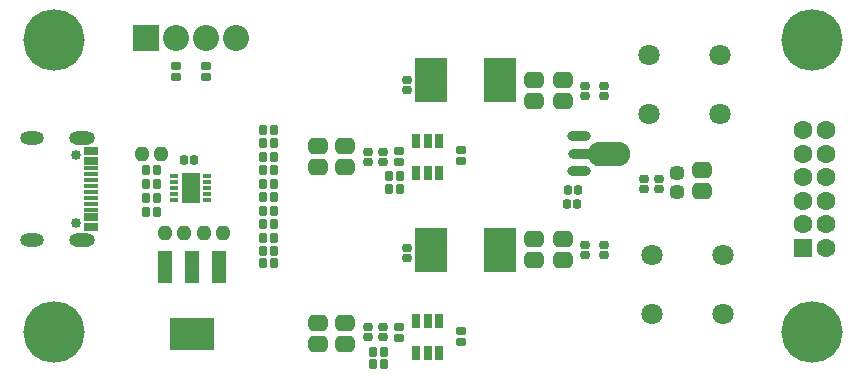
<source format=gbr>
%TF.GenerationSoftware,Altium Limited,Altium Designer,24.10.1 (45)*%
G04 Layer_Color=8388736*
%FSLAX45Y45*%
%MOMM*%
%TF.SameCoordinates,F50C4461-6059-43A5-BEE7-B7ABC5EDFC2B*%
%TF.FilePolarity,Negative*%
%TF.FileFunction,Soldermask,Top*%
%TF.Part,Single*%
G01*
G75*
%TA.AperFunction,SMDPad,CuDef*%
%ADD55R,2.70320X3.70320*%
G04:AMPARAMS|DCode=56|XSize=0.6932mm|YSize=0.8032mm|CornerRadius=0.1506mm|HoleSize=0mm|Usage=FLASHONLY|Rotation=90.000|XOffset=0mm|YOffset=0mm|HoleType=Round|Shape=RoundedRectangle|*
%AMROUNDEDRECTD56*
21,1,0.69320,0.50200,0,0,90.0*
21,1,0.39200,0.80320,0,0,90.0*
1,1,0.30120,0.25100,0.19600*
1,1,0.30120,0.25100,-0.19600*
1,1,0.30120,-0.25100,-0.19600*
1,1,0.30120,-0.25100,0.19600*
%
%ADD56ROUNDEDRECTD56*%
G04:AMPARAMS|DCode=57|XSize=0.8032mm|YSize=0.7432mm|CornerRadius=0.2447mm|HoleSize=0mm|Usage=FLASHONLY|Rotation=0.000|XOffset=0mm|YOffset=0mm|HoleType=Round|Shape=RoundedRectangle|*
%AMROUNDEDRECTD57*
21,1,0.80320,0.25380,0,0,0.0*
21,1,0.31380,0.74320,0,0,0.0*
1,1,0.48940,0.15690,-0.12690*
1,1,0.48940,-0.15690,-0.12690*
1,1,0.48940,-0.15690,0.12690*
1,1,0.48940,0.15690,0.12690*
%
%ADD57ROUNDEDRECTD57*%
G04:AMPARAMS|DCode=58|XSize=1.1032mm|YSize=1.1632mm|CornerRadius=0.3266mm|HoleSize=0mm|Usage=FLASHONLY|Rotation=180.000|XOffset=0mm|YOffset=0mm|HoleType=Round|Shape=RoundedRectangle|*
%AMROUNDEDRECTD58*
21,1,1.10320,0.51000,0,0,180.0*
21,1,0.45000,1.16320,0,0,180.0*
1,1,0.65320,-0.22500,0.25500*
1,1,0.65320,0.22500,0.25500*
1,1,0.65320,0.22500,-0.25500*
1,1,0.65320,-0.22500,-0.25500*
%
%ADD58ROUNDEDRECTD58*%
%ADD59R,3.80319X2.67320*%
%ADD60R,1.18321X2.67320*%
G04:AMPARAMS|DCode=61|XSize=0.6932mm|YSize=0.8032mm|CornerRadius=0.1506mm|HoleSize=0mm|Usage=FLASHONLY|Rotation=180.000|XOffset=0mm|YOffset=0mm|HoleType=Round|Shape=RoundedRectangle|*
%AMROUNDEDRECTD61*
21,1,0.69320,0.50200,0,0,180.0*
21,1,0.39200,0.80320,0,0,180.0*
1,1,0.30120,-0.19600,0.25100*
1,1,0.30120,0.19600,0.25100*
1,1,0.30120,0.19600,-0.25100*
1,1,0.30120,-0.19600,-0.25100*
%
%ADD61ROUNDEDRECTD61*%
%ADD62O,2.00160X0.80160*%
%ADD63O,3.60159X2.10160*%
%ADD64O,2.20160X0.80160*%
G04:AMPARAMS|DCode=65|XSize=1.3532mm|YSize=1.6532mm|CornerRadius=0.3891mm|HoleSize=0mm|Usage=FLASHONLY|Rotation=270.000|XOffset=0mm|YOffset=0mm|HoleType=Round|Shape=RoundedRectangle|*
%AMROUNDEDRECTD65*
21,1,1.35320,0.87500,0,0,270.0*
21,1,0.57500,1.65320,0,0,270.0*
1,1,0.77820,-0.43750,-0.28750*
1,1,0.77820,-0.43750,0.28750*
1,1,0.77820,0.43750,0.28750*
1,1,0.77820,0.43750,-0.28750*
%
%ADD65ROUNDEDRECTD65*%
G04:AMPARAMS|DCode=66|XSize=0.8032mm|YSize=0.7432mm|CornerRadius=0.2447mm|HoleSize=0mm|Usage=FLASHONLY|Rotation=270.000|XOffset=0mm|YOffset=0mm|HoleType=Round|Shape=RoundedRectangle|*
%AMROUNDEDRECTD66*
21,1,0.80320,0.25380,0,0,270.0*
21,1,0.31380,0.74320,0,0,270.0*
1,1,0.48940,-0.12690,-0.15690*
1,1,0.48940,-0.12690,0.15690*
1,1,0.48940,0.12690,0.15690*
1,1,0.48940,0.12690,-0.15690*
%
%ADD66ROUNDEDRECTD66*%
%ADD67R,0.70201X1.20200*%
G04:AMPARAMS|DCode=68|XSize=1.1032mm|YSize=1.1632mm|CornerRadius=0.3266mm|HoleSize=0mm|Usage=FLASHONLY|Rotation=270.000|XOffset=0mm|YOffset=0mm|HoleType=Round|Shape=RoundedRectangle|*
%AMROUNDEDRECTD68*
21,1,1.10320,0.51000,0,0,270.0*
21,1,0.45000,1.16320,0,0,270.0*
1,1,0.65320,-0.25500,-0.22500*
1,1,0.65320,-0.25500,0.22500*
1,1,0.65320,0.25500,0.22500*
1,1,0.65320,0.25500,-0.22500*
%
%ADD68ROUNDEDRECTD68*%
%ADD69R,1.60000X2.59999*%
%ADD70R,0.76500X0.38001*%
%TA.AperFunction,ConnectorPad*%
%ADD71R,1.23001X0.68000*%
%ADD72R,1.23001X0.38000*%
%TA.AperFunction,ComponentPad*%
%ADD73R,1.60320X1.60320*%
%ADD74C,1.60320*%
%ADD75C,2.20320*%
%ADD76R,2.20320X2.20320*%
%ADD77C,5.20320*%
%ADD78C,1.80320*%
%ADD79C,0.85319*%
%ADD80O,2.00160X1.10160*%
%ADD81O,2.20160X1.10160*%
D55*
X3517500Y2514600D02*
D03*
X4102500D02*
D03*
X3517500Y1079500D02*
D03*
X4102500D02*
D03*
D56*
X3251200Y1912843D02*
D03*
Y1821843D02*
D03*
X1612900Y2636300D02*
D03*
Y2545300D02*
D03*
X1358900Y2636300D02*
D03*
Y2545300D02*
D03*
X3771900Y388400D02*
D03*
Y297400D02*
D03*
X3251200Y335500D02*
D03*
Y426500D02*
D03*
X3771900Y1925100D02*
D03*
Y1834100D02*
D03*
D57*
X2984500Y1909900D02*
D03*
Y1823900D02*
D03*
X3111500Y1909900D02*
D03*
Y1823900D02*
D03*
X3314700Y1011100D02*
D03*
Y1097100D02*
D03*
X5321300Y1595300D02*
D03*
Y1681300D02*
D03*
X5448300Y1595300D02*
D03*
Y1681300D02*
D03*
X4826000Y2382700D02*
D03*
Y2468700D02*
D03*
X4981329Y2383017D02*
D03*
Y2469017D02*
D03*
Y1036500D02*
D03*
Y1122500D02*
D03*
X4826000Y1036500D02*
D03*
Y1122500D02*
D03*
X3111500Y338000D02*
D03*
Y424000D02*
D03*
X2984500Y337067D02*
D03*
Y423067D02*
D03*
X3314700Y2433500D02*
D03*
Y2519500D02*
D03*
D58*
X1757800Y1219200D02*
D03*
X1595000D02*
D03*
X1427600D02*
D03*
X1264800D02*
D03*
X1074300Y1892300D02*
D03*
X1237100D02*
D03*
D59*
X1498600Y364211D02*
D03*
D60*
X1268603Y931189D02*
D03*
X1498600Y931190D02*
D03*
X1728597Y931189D02*
D03*
D61*
X1109607Y1634066D02*
D03*
Y1752599D02*
D03*
X3027900Y114300D02*
D03*
X3118900D02*
D03*
X3027900Y215900D02*
D03*
X3118900D02*
D03*
X3258840Y1590276D02*
D03*
X3167840D02*
D03*
X3167600Y1701800D02*
D03*
X3258600D02*
D03*
X2191800Y1638300D02*
D03*
X2100800D02*
D03*
X2191800Y1752600D02*
D03*
X2100800D02*
D03*
X2191800Y1866900D02*
D03*
X2100800D02*
D03*
X2191800Y1981200D02*
D03*
X2100800Y1981200D02*
D03*
X2191800Y2095500D02*
D03*
X2100800D02*
D03*
X2191800Y965200D02*
D03*
X2100800D02*
D03*
X2191800Y1066800D02*
D03*
X2100800D02*
D03*
X2191800Y1181100D02*
D03*
X2100800D02*
D03*
X2191800Y1295400D02*
D03*
X2100800D02*
D03*
X2191800Y1409700D02*
D03*
X2100800D02*
D03*
X2191800Y1524000D02*
D03*
X2100800D02*
D03*
X1200607Y1515533D02*
D03*
X1109607D02*
D03*
X1200607Y1634066D02*
D03*
Y1752599D02*
D03*
Y1397000D02*
D03*
X1109607D02*
D03*
D62*
X4777232Y1742186D02*
D03*
Y2042414D02*
D03*
D63*
X5027168Y1892300D02*
D03*
D64*
X4787138D02*
D03*
D65*
X5816600Y1573700D02*
D03*
Y1753700D02*
D03*
X4394200Y989183D02*
D03*
Y1169183D02*
D03*
X4635500Y989500D02*
D03*
Y1169500D02*
D03*
X2565400Y278300D02*
D03*
Y458300D02*
D03*
X2794000Y278300D02*
D03*
Y458300D02*
D03*
Y1776583D02*
D03*
Y1956583D02*
D03*
X4635501Y2515700D02*
D03*
Y2335700D02*
D03*
X4394200Y2515700D02*
D03*
X4394199Y2335700D02*
D03*
X2565400Y1956583D02*
D03*
Y1776583D02*
D03*
D66*
X4680738Y1581410D02*
D03*
X4766738D02*
D03*
X4674891Y1464618D02*
D03*
X4760891D02*
D03*
X1430200Y1841500D02*
D03*
X1516200D02*
D03*
D67*
X3397504Y207899D02*
D03*
X3492500D02*
D03*
X3587496D02*
D03*
Y477901D02*
D03*
X3492500D02*
D03*
X3397504D02*
D03*
Y1731899D02*
D03*
X3492500D02*
D03*
X3587496D02*
D03*
Y2001901D02*
D03*
X3492500D02*
D03*
X3397504D02*
D03*
D68*
X5600700Y1569600D02*
D03*
Y1732400D02*
D03*
D69*
X1485900Y1600200D02*
D03*
D70*
X1626641Y1700200D02*
D03*
X1626641Y1650187D02*
D03*
X1626641Y1600200D02*
D03*
Y1550187D02*
D03*
Y1500200D02*
D03*
X1345159D02*
D03*
Y1550187D02*
D03*
Y1600200D02*
D03*
X1345159Y1650187D02*
D03*
X1345159Y1700200D02*
D03*
D71*
X641840Y1273513D02*
D03*
Y1353500D02*
D03*
Y1833510D02*
D03*
Y1913489D02*
D03*
D72*
Y1418504D02*
D03*
Y1468509D02*
D03*
Y1518494D02*
D03*
Y1568504D02*
D03*
Y1618494D02*
D03*
Y1668504D02*
D03*
Y1718491D02*
D03*
Y1768506D02*
D03*
D73*
X6669100Y1093498D02*
D03*
D74*
X6869100D02*
D03*
X6669100Y1293498D02*
D03*
X6869100D02*
D03*
X6669100Y1493498D02*
D03*
X6869100D02*
D03*
X6669100Y1693497D02*
D03*
X6869100D02*
D03*
X6669100Y1893497D02*
D03*
X6869100D02*
D03*
X6669100Y2093496D02*
D03*
X6869100D02*
D03*
D75*
X1866900Y2870200D02*
D03*
X1612900D02*
D03*
X1358900D02*
D03*
D76*
X1104900D02*
D03*
D77*
X6743700Y2857500D02*
D03*
X330200D02*
D03*
Y381000D02*
D03*
X6743700D02*
D03*
D78*
X5964199Y2726500D02*
D03*
Y2226500D02*
D03*
X5364201Y2726500D02*
D03*
Y2226500D02*
D03*
X5389601Y537400D02*
D03*
Y1037399D02*
D03*
X5989599Y537400D02*
D03*
Y1037399D02*
D03*
D79*
X515569Y1304486D02*
D03*
Y1882488D02*
D03*
D80*
X145560Y1160989D02*
D03*
Y2026011D02*
D03*
D81*
X565559Y1160989D02*
D03*
Y2026011D02*
D03*
%TF.MD5,f3fe6748c070968669ffb96397f3d748*%
M02*

</source>
